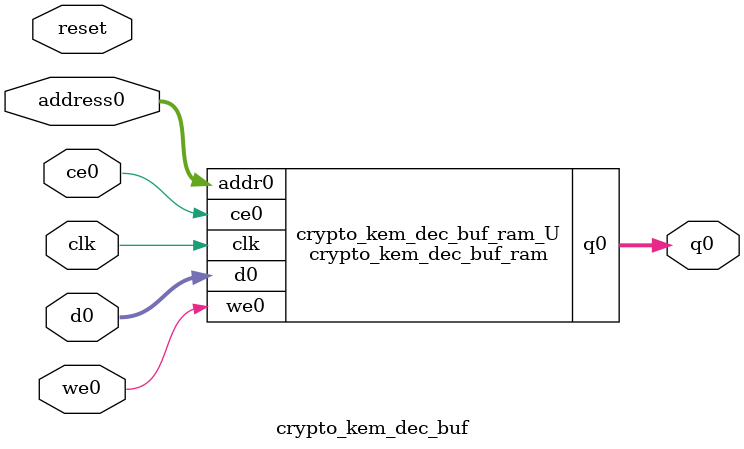
<source format=v>
`timescale 1 ns / 1 ps
module crypto_kem_dec_buf_ram (addr0, ce0, d0, we0, q0,  clk);

parameter DWIDTH = 8;
parameter AWIDTH = 10;
parameter MEM_SIZE = 962;

input[AWIDTH-1:0] addr0;
input ce0;
input[DWIDTH-1:0] d0;
input we0;
output reg[DWIDTH-1:0] q0;
input clk;

(* ram_style = "block" *)reg [DWIDTH-1:0] ram[0:MEM_SIZE-1];




always @(posedge clk)  
begin 
    if (ce0) 
    begin
        if (we0) 
        begin 
            ram[addr0] <= d0; 
        end 
        q0 <= ram[addr0];
    end
end


endmodule

`timescale 1 ns / 1 ps
module crypto_kem_dec_buf(
    reset,
    clk,
    address0,
    ce0,
    we0,
    d0,
    q0);

parameter DataWidth = 32'd8;
parameter AddressRange = 32'd962;
parameter AddressWidth = 32'd10;
input reset;
input clk;
input[AddressWidth - 1:0] address0;
input ce0;
input we0;
input[DataWidth - 1:0] d0;
output[DataWidth - 1:0] q0;



crypto_kem_dec_buf_ram crypto_kem_dec_buf_ram_U(
    .clk( clk ),
    .addr0( address0 ),
    .ce0( ce0 ),
    .we0( we0 ),
    .d0( d0 ),
    .q0( q0 ));

endmodule


</source>
